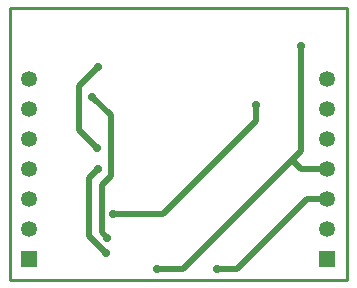
<source format=gbl>
G04*
G04 #@! TF.GenerationSoftware,Altium Limited,Altium Designer,20.2.5 (213)*
G04*
G04 Layer_Physical_Order=2*
G04 Layer_Color=16711680*
%FSLAX42Y42*%
%MOMM*%
G71*
G04*
G04 #@! TF.SameCoordinates,5B17B380-CB23-49DD-974E-BA9C208B7A42*
G04*
G04*
G04 #@! TF.FilePolarity,Positive*
G04*
G01*
G75*
%ADD12C,0.25*%
%ADD29C,0.51*%
%ADD31C,1.35*%
%ADD32R,1.35X1.35*%
%ADD33C,0.71*%
D12*
X2540Y3061D02*
X5397D01*
Y5359D01*
X2540D02*
X5397D01*
X2540Y3061D02*
Y5359D01*
D29*
X3785Y3150D02*
X4001D01*
X3124Y4699D02*
X3289Y4864D01*
X3124Y4331D02*
Y4699D01*
Y4331D02*
X3277Y4178D01*
X4928Y4077D02*
X5004Y4153D01*
X4001Y3150D02*
X4928Y4077D01*
X5004Y4001D02*
X5220D01*
X4928Y4077D02*
X5004Y4001D01*
Y4153D02*
Y5042D01*
X3213Y3429D02*
X3353Y3289D01*
X3213Y3919D02*
X3289Y3995D01*
X3213Y3429D02*
Y3919D01*
X3315Y3467D02*
X3365Y3416D01*
X3315Y3467D02*
Y3861D01*
X3391Y3937D01*
X4293Y3150D02*
X4458D01*
X5055Y3747D01*
X4621Y4405D02*
Y4542D01*
X3835Y3619D02*
X4621Y4405D01*
X3416Y3619D02*
X3835D01*
X3391Y3937D02*
Y4458D01*
X3289Y3995D02*
Y4001D01*
X3238Y4610D02*
X3391Y4458D01*
X5055Y3747D02*
X5220D01*
D31*
Y4762D02*
D03*
Y4508D02*
D03*
Y4001D02*
D03*
Y4254D02*
D03*
Y3492D02*
D03*
Y3747D02*
D03*
X2705D02*
D03*
Y3492D02*
D03*
Y4254D02*
D03*
Y4001D02*
D03*
Y4508D02*
D03*
Y4762D02*
D03*
D32*
X5220Y3238D02*
D03*
X2705D02*
D03*
D33*
X3785Y3150D02*
D03*
X3289Y4864D02*
D03*
X3277Y4178D02*
D03*
X5004Y5042D02*
D03*
X3353Y3289D02*
D03*
X3365Y3416D02*
D03*
X4293Y3150D02*
D03*
X4621Y4542D02*
D03*
X3416Y3619D02*
D03*
X3289Y4001D02*
D03*
X3238Y4610D02*
D03*
M02*

</source>
